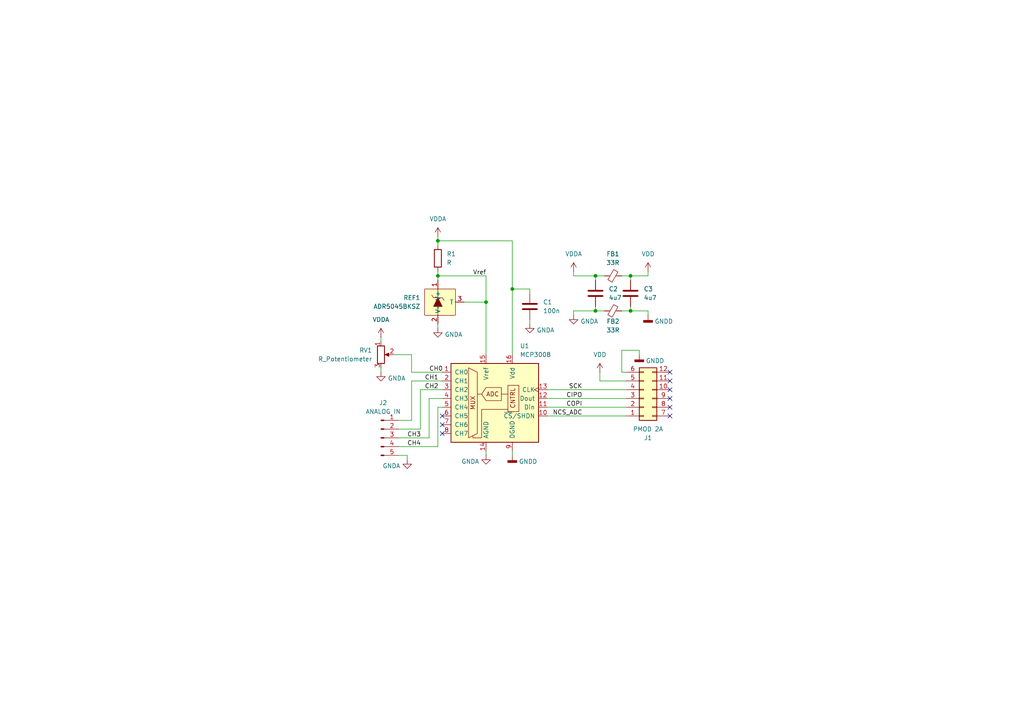
<source format=kicad_sch>
(kicad_sch (version 20231120) (generator "eeschema") (generator_version "8.0")
  (paper "A4")
  (title_block (title "Configurable anaog peripheral for FPGA devboards") (date "2024-10-23") (rev "1.0") (company "LEGO Kör (legokor.hu)") (comment 1 "Designed by Máté Kovács") (comment 2 "Reviewed by "))
  (lib_symbols
    (symbol "Analog_ADC:MCP3008" (pin_names (offset 1.016))
      (property "Reference" "U" (at -5.08 13.335 0))
      (property "Value" "MCP3008" (at -5.08 11.43 0))
      (symbol "MCP3008_0_0"
        (text "ADC" (at -0.635 1.27 0) (effects (font (size 1.27 1.27))))
        (text "CNTRL" (at 5.969 -2.921 900) (effects (font (size 1.27 1.27)) (justify left bottom)))
        (text "MUX" (at -6.35 -1.27 900) (effects (font (size 1.27 1.27))))
      )
      (symbol "MCP3008_0_1"
        (polyline (pts (xy -3.81 1.27) (xy -5.08 1.27)))
        (polyline (pts (xy 1.905 1.27) (xy 3.81 1.27)))
        (polyline (pts (xy -7.62 8.89) (xy -7.62 -11.43) (xy -5.08 -10.16) (xy -5.08 7.62) (xy -7.62 8.89)))
        (polyline (pts (xy 3.81 -3.175) (xy -3.81 -3.175) (xy -3.81 -11.43) (xy -6.35 -11.43) (xy -6.35 -10.795)))
        (polyline (pts (xy 1.905 3.175) (xy 1.905 -0.635) (xy -2.54 -0.635) (xy -3.81 1.27) (xy -2.54 3.175) (xy 1.905 3.175)))
        (rectangle (start 3.81 -3.81) (end 6.985 3.81))
        (rectangle (start 12.7 -12.7) (end -12.7 10.16) (stroke (width 0.254)) (fill (type background)))
      )
      (symbol "MCP3008_1_1"
        (pin input line (at -15.24 7.62 0) (length 2.54) (name "CH0") (number "1"))
        (pin input line (at 15.24 -5.08 180) (length 2.54) (name "~{CS}/SHDN") (number "10"))
        (pin input line (at 15.24 -2.54 180) (length 2.54) (name "Din") (number "11"))
        (pin output line (at 15.24 0 180) (length 2.54) (name "Dout") (number "12"))
        (pin input clock (at 15.24 2.54 180) (length 2.54) (name "CLK") (number "13"))
        (pin power_in line (at -2.54 -15.24 90) (length 2.54) (name "AGND") (number "14"))
        (pin power_in line (at -2.54 12.7 270) (length 2.54) (name "Vref") (number "15"))
        (pin power_in line (at 5.08 12.7 270) (length 2.54) (name "Vdd") (number "16"))
        (pin input line (at -15.24 5.08 0) (length 2.54) (name "CH1") (number "2"))
        (pin input line (at -15.24 2.54 0) (length 2.54) (name "CH2") (number "3"))
        (pin input line (at -15.24 0 0) (length 2.54) (name "CH3") (number "4"))
        (pin input line (at -15.24 -2.54 0) (length 2.54) (name "CH4") (number "5"))
        (pin input line (at -15.24 -5.08 0) (length 2.54) (name "CH5") (number "6"))
        (pin input line (at -15.24 -7.62 0) (length 2.54) (name "CH6") (number "7"))
        (pin input line (at -15.24 -10.16 0) (length 2.54) (name "CH7") (number "8"))
        (pin power_in line (at 5.08 -15.24 90) (length 2.54) (name "DGND") (number "9"))
      )
    )
    (symbol "Connector:Conn_01x05_Pin" (pin_names (offset 1.016) hide)
      (property "Reference" "J" (at 0 7.62 0))
      (property "Value" "Conn_01x05_Pin" (at 0 -7.62 0))
      (symbol "Conn_01x05_Pin_1_1"
        (polyline (pts (xy 1.27 -5.08) (xy 0.8636 -5.08)) (stroke (width 0.1524)))
        (polyline (pts (xy 1.27 -2.54) (xy 0.8636 -2.54)) (stroke (width 0.1524)))
        (polyline (pts (xy 1.27 0) (xy 0.8636 0)) (stroke (width 0.1524)))
        (polyline (pts (xy 1.27 2.54) (xy 0.8636 2.54)) (stroke (width 0.1524)))
        (polyline (pts (xy 1.27 5.08) (xy 0.8636 5.08)) (stroke (width 0.1524)))
        (rectangle (start 0.8636 -4.953) (end 0 -5.207) (stroke (width 0.1524)) (fill (type outline)))
        (rectangle (start 0.8636 -2.413) (end 0 -2.667) (stroke (width 0.1524)) (fill (type outline)))
        (rectangle (start 0.8636 0.127) (end 0 -0.127) (stroke (width 0.1524)) (fill (type outline)))
        (rectangle (start 0.8636 2.667) (end 0 2.413) (stroke (width 0.1524)) (fill (type outline)))
        (rectangle (start 0.8636 5.207) (end 0 4.953) (stroke (width 0.1524)) (fill (type outline)))
        (pin passive line (at 5.08 5.08 180) (length 3.81) (name "Pin_1") (number "1"))
        (pin passive line (at 5.08 2.54 180) (length 3.81) (name "Pin_2") (number "2"))
        (pin passive line (at 5.08 0 180) (length 3.81) (name "Pin_3") (number "3"))
        (pin passive line (at 5.08 -2.54 180) (length 3.81) (name "Pin_4") (number "4"))
        (pin passive line (at 5.08 -5.08 180) (length 3.81) (name "Pin_5") (number "5"))
      )
    )
    (symbol "Connector_Generic:Conn_02x06_Top_Bottom" (pin_names (offset 1.016) hide)
      (property "Reference" "J" (at 1.27 7.62 0))
      (property "Value" "Conn_02x06_Top_Bottom" (at 1.27 -10.16 0))
      (symbol "Conn_02x06_Top_Bottom_1_1"
        (rectangle (start -1.27 -7.493) (end 0 -7.747) (stroke (width 0.1524)))
        (rectangle (start -1.27 -4.953) (end 0 -5.207) (stroke (width 0.1524)))
        (rectangle (start -1.27 -2.413) (end 0 -2.667) (stroke (width 0.1524)))
        (rectangle (start -1.27 0.127) (end 0 -0.127) (stroke (width 0.1524)))
        (rectangle (start -1.27 2.667) (end 0 2.413) (stroke (width 0.1524)))
        (rectangle (start -1.27 5.207) (end 0 4.953) (stroke (width 0.1524)))
        (rectangle (start -1.27 6.35) (end 3.81 -8.89) (stroke (width 0.254)) (fill (type background)))
        (rectangle (start 3.81 -7.493) (end 2.54 -7.747) (stroke (width 0.1524)))
        (rectangle (start 3.81 -4.953) (end 2.54 -5.207) (stroke (width 0.1524)))
        (rectangle (start 3.81 -2.413) (end 2.54 -2.667) (stroke (width 0.1524)))
        (rectangle (start 3.81 0.127) (end 2.54 -0.127) (stroke (width 0.1524)))
        (rectangle (start 3.81 2.667) (end 2.54 2.413) (stroke (width 0.1524)))
        (rectangle (start 3.81 5.207) (end 2.54 4.953) (stroke (width 0.1524)))
        (pin passive line (at -5.08 5.08 0) (length 3.81) (name "Pin_1") (number "1"))
        (pin passive line (at 7.62 -2.54 180) (length 3.81) (name "Pin_10") (number "10"))
        (pin passive line (at 7.62 -5.08 180) (length 3.81) (name "Pin_11") (number "11"))
        (pin passive line (at 7.62 -7.62 180) (length 3.81) (name "Pin_12") (number "12"))
        (pin passive line (at -5.08 2.54 0) (length 3.81) (name "Pin_2") (number "2"))
        (pin passive line (at -5.08 0 0) (length 3.81) (name "Pin_3") (number "3"))
        (pin passive line (at -5.08 -2.54 0) (length 3.81) (name "Pin_4") (number "4"))
        (pin passive line (at -5.08 -5.08 0) (length 3.81) (name "Pin_5") (number "5"))
        (pin passive line (at -5.08 -7.62 0) (length 3.81) (name "Pin_6") (number "6"))
        (pin passive line (at 7.62 5.08 180) (length 3.81) (name "Pin_7") (number "7"))
        (pin passive line (at 7.62 2.54 180) (length 3.81) (name "Pin_8") (number "8"))
        (pin passive line (at 7.62 0 180) (length 3.81) (name "Pin_9") (number "9"))
      )
    )
    (symbol "Device:C" (pin_numbers hide) (pin_names (offset 0.254))
      (property "Reference" "C" (at 0.635 2.54 0))
      (property "Value" "C" (at 0.635 -2.54 0))
      (symbol "C_0_1"
        (polyline (pts (xy -2.032 -0.762) (xy 2.032 -0.762)) (stroke (width 0.508)))
        (polyline (pts (xy -2.032 0.762) (xy 2.032 0.762)) (stroke (width 0.508)))
      )
      (symbol "C_1_1"
        (pin passive line (at 0 3.81 270) (length 2.794) (name "~") (number "1"))
        (pin passive line (at 0 -3.81 90) (length 2.794) (name "~") (number "2"))
      )
    )
    (symbol "Device:FerriteBead_Small" (pin_numbers hide) (pin_names (offset 0))
      (property "Reference" "FB" (at 1.905 1.27 0))
      (property "Value" "FerriteBead_Small" (at 1.905 -1.27 0))
      (symbol "FerriteBead_Small_0_1"
        (polyline (pts (xy 0 -1.27) (xy 0 -0.7874)))
        (polyline (pts (xy 0 0.889) (xy 0 1.2954)))
        (polyline (pts (xy -1.8288 0.2794) (xy -1.1176 1.4986) (xy 1.8288 -0.2032) (xy 1.1176 -1.4224) (xy -1.8288 0.2794)))
      )
      (symbol "FerriteBead_Small_1_1"
        (pin passive line (at 0 2.54 270) (length 1.27) (name "~") (number "1"))
        (pin passive line (at 0 -2.54 90) (length 1.27) (name "~") (number "2"))
      )
    )
    (symbol "Device:R" (pin_numbers hide) (pin_names (offset 0))
      (property "Reference" "R" (at 2.032 0 90))
      (property "Value" "R" (at 0 0 90))
      (symbol "R_0_1"
        (rectangle (start -1.016 -2.54) (end 1.016 2.54) (stroke (width 0.254)))
      )
      (symbol "R_1_1"
        (pin passive line (at 0 3.81 270) (length 1.27) (name "~") (number "1"))
        (pin passive line (at 0 -3.81 90) (length 1.27) (name "~") (number "2"))
      )
    )
    (symbol "Device:R_Potentiometer" (pin_names (offset 1.016) hide)
      (property "Reference" "RV" (at -4.445 0 90))
      (property "Value" "R_Potentiometer" (at -2.54 0 90))
      (symbol "R_Potentiometer_0_1"
        (polyline (pts (xy 2.54 0) (xy 1.524 0)))
        (polyline (pts (xy 1.143 0) (xy 2.286 0.508) (xy 2.286 -0.508) (xy 1.143 0)) (fill (type outline)))
        (rectangle (start 1.016 2.54) (end -1.016 -2.54) (stroke (width 0.254)))
      )
      (symbol "R_Potentiometer_1_1"
        (pin passive line (at 0 3.81 270) (length 1.27) (name "1") (number "1"))
        (pin passive line (at 3.81 0 180) (length 1.27) (name "2") (number "2"))
        (pin passive line (at 0 -3.81 90) (length 1.27) (name "3") (number "3"))
      )
    )
    (symbol "Symbols:ADR5045BKSZ"
      (property "Reference" "REF" (at 7.112 -3.048 0))
      (property "Value" "ADR5045BKSZ" (at 7.62 -5.08 0))
      (symbol "ADR5045BKSZ_0_1"
        (polyline (pts (xy -1.778 2.032) (xy -1.27 1.27)))
        (polyline (pts (xy -1.27 1.27) (xy 1.27 1.27)))
        (polyline (pts (xy 0 -1.27) (xy 0 -3.81)))
        (polyline (pts (xy 0 1.27) (xy 0 3.81)))
        (polyline (pts (xy 1.27 1.27) (xy 1.778 0.508)))
      )
      (symbol "ADR5045BKSZ_1_1"
        (rectangle (start -3.81 3.81) (end 5.08 -3.81) (fill (type background)))
        (polyline (pts (xy 0 1.27) (xy -1.27 -1.27) (xy 1.27 -1.27) (xy 0 1.27)) (fill (type outline)))
        (pin passive line (at 0 6.35 270) (length 2.54) (name "V+") (number "1"))
        (pin passive line (at 0 -6.35 90) (length 2.54) (name "V-") (number "2"))
        (pin passive line (at 7.62 0 180) (length 2.54) (name "T") (number "3"))
      )
    )
    (symbol "power:GNDA" (power) (pin_numbers hide) (pin_names (offset 0) hide)
      (property "Value" "GNDA" (at 0 -3.81 0))
      (symbol "GNDA_0_1"
        (polyline (pts (xy 0 0) (xy 0 -1.27) (xy 1.27 -1.27) (xy 0 -2.54) (xy -1.27 -1.27) (xy 0 -1.27)))
      )
      (symbol "GNDA_1_1"
        (pin power_in line (at 0 0 270) (length 0) (name "~") (number "1"))
      )
    )
    (symbol "power:GNDD" (power) (pin_numbers hide) (pin_names (offset 0) hide)
      (property "Value" "GNDD" (at 0 -3.175 0))
      (symbol "GNDD_0_1"
        (rectangle (start -1.27 -1.524) (end 1.27 -2.032) (stroke (width 0.254)) (fill (type outline)))
        (polyline (pts (xy 0 0) (xy 0 -1.524)))
      )
      (symbol "GNDD_1_1"
        (pin power_in line (at 0 0 270) (length 0) (name "~") (number "1"))
      )
    )
    (symbol "power:VDD" (power) (pin_numbers hide) (pin_names (offset 0) hide)
      (property "Value" "VDD" (at 0 3.556 0))
      (symbol "VDD_0_1"
        (polyline (pts (xy -0.762 1.27) (xy 0 2.54)))
        (polyline (pts (xy 0 0) (xy 0 2.54)))
        (polyline (pts (xy 0 2.54) (xy 0.762 1.27)))
      )
      (symbol "VDD_1_1"
        (pin power_in line (at 0 0 90) (length 0) (name "~") (number "1"))
      )
    )
    (symbol "power:VDDA" (power) (pin_numbers hide) (pin_names (offset 0) hide)
      (property "Value" "VDDA" (at 0 3.556 0))
      (symbol "VDDA_0_1"
        (polyline (pts (xy -0.762 1.27) (xy 0 2.54)))
        (polyline (pts (xy 0 0) (xy 0 2.54)))
        (polyline (pts (xy 0 2.54) (xy 0.762 1.27)))
      )
      (symbol "VDDA_1_1"
        (pin power_in line (at 0 0 90) (length 0) (name "~") (number "1"))
      )
    )
  )
  (junction (at 182.88 80.01))
  (junction (at 140.97 87.63))
  (junction (at 172.72 80.01))
  (junction (at 148.59 83.82))
  (junction (at 172.72 90.17))
  (junction (at 127 69.85))
  (junction (at 127 80.01))
  (junction (at 182.88 90.17))
  (no_connect (at 194.31 110.49))
  (no_connect (at 128.27 123.19))
  (no_connect (at 194.31 120.65))
  (no_connect (at 128.27 125.73))
  (no_connect (at 194.31 113.03))
  (no_connect (at 194.31 115.57))
  (no_connect (at 194.31 118.11))
  (no_connect (at 194.31 107.95))
  (no_connect (at 128.27 120.65))
  (wire (pts (xy 118.11 133.35) (xy 118.11 132.08)))
  (wire (pts (xy 172.72 80.01) (xy 172.72 81.28)))
  (wire (pts (xy 182.88 80.01) (xy 187.96 80.01)))
  (wire (pts (xy 121.92 113.03) (xy 121.92 124.46)))
  (wire (pts (xy 128.27 118.11) (xy 127 118.11)))
  (wire (pts (xy 153.67 92.71) (xy 153.67 93.98)))
  (wire (pts (xy 166.37 80.01) (xy 172.72 80.01)))
  (wire (pts (xy 119.38 121.92) (xy 115.57 121.92)))
  (wire (pts (xy 128.27 115.57) (xy 124.46 115.57)))
  (wire (pts (xy 173.99 110.49) (xy 173.99 107.95)))
  (wire (pts (xy 127 68.58) (xy 127 69.85)))
  (wire (pts (xy 127 78.74) (xy 127 80.01)))
  (wire (pts (xy 158.75 113.03) (xy 181.61 113.03)))
  (wire (pts (xy 119.38 102.87) (xy 119.38 107.95)))
  (wire (pts (xy 140.97 87.63) (xy 140.97 102.87)))
  (wire (pts (xy 119.38 107.95) (xy 128.27 107.95)))
  (wire (pts (xy 158.75 120.65) (xy 181.61 120.65)))
  (wire (pts (xy 172.72 90.17) (xy 175.26 90.17)))
  (wire (pts (xy 180.34 107.95) (xy 180.34 101.6)))
  (wire (pts (xy 148.59 69.85) (xy 148.59 83.82)))
  (wire (pts (xy 172.72 80.01) (xy 175.26 80.01)))
  (wire (pts (xy 127 129.54) (xy 115.57 129.54)))
  (wire (pts (xy 148.59 83.82) (xy 153.67 83.82)))
  (wire (pts (xy 110.49 106.68) (xy 110.49 107.95)))
  (wire (pts (xy 134.62 87.63) (xy 140.97 87.63)))
  (wire (pts (xy 148.59 130.81) (xy 148.59 132.08)))
  (wire (pts (xy 187.96 80.01) (xy 187.96 78.74)))
  (wire (pts (xy 180.34 90.17) (xy 182.88 90.17)))
  (wire (pts (xy 124.46 127) (xy 115.57 127)))
  (wire (pts (xy 140.97 130.81) (xy 140.97 132.08)))
  (wire (pts (xy 181.61 107.95) (xy 180.34 107.95)))
  (wire (pts (xy 166.37 90.17) (xy 172.72 90.17)))
  (wire (pts (xy 182.88 88.9) (xy 182.88 90.17)))
  (wire (pts (xy 127 69.85) (xy 148.59 69.85)))
  (wire (pts (xy 128.27 113.03) (xy 121.92 113.03)))
  (wire (pts (xy 124.46 115.57) (xy 124.46 127)))
  (wire (pts (xy 127 118.11) (xy 127 129.54)))
  (wire (pts (xy 114.3 102.87) (xy 119.38 102.87)))
  (wire (pts (xy 166.37 91.44) (xy 166.37 90.17)))
  (wire (pts (xy 181.61 110.49) (xy 173.99 110.49)))
  (wire (pts (xy 121.92 124.46) (xy 115.57 124.46)))
  (wire (pts (xy 172.72 88.9) (xy 172.72 90.17)))
  (wire (pts (xy 115.57 132.08) (xy 118.11 132.08)))
  (wire (pts (xy 127 80.01) (xy 127 81.28)))
  (wire (pts (xy 182.88 80.01) (xy 182.88 81.28)))
  (wire (pts (xy 128.27 110.49) (xy 119.38 110.49)))
  (wire (pts (xy 187.96 90.17) (xy 187.96 91.44)))
  (wire (pts (xy 110.49 97.79) (xy 110.49 99.06)))
  (wire (pts (xy 119.38 110.49) (xy 119.38 121.92)))
  (wire (pts (xy 180.34 101.6) (xy 185.42 101.6)))
  (wire (pts (xy 180.34 80.01) (xy 182.88 80.01)))
  (wire (pts (xy 185.42 101.6) (xy 185.42 102.87)))
  (wire (pts (xy 166.37 78.74) (xy 166.37 80.01)))
  (wire (pts (xy 127 69.85) (xy 127 71.12)))
  (wire (pts (xy 153.67 85.09) (xy 153.67 83.82)))
  (wire (pts (xy 127 93.98) (xy 127 95.25)))
  (wire (pts (xy 127 80.01) (xy 140.97 80.01)))
  (wire (pts (xy 158.75 115.57) (xy 181.61 115.57)))
  (wire (pts (xy 148.59 83.82) (xy 148.59 102.87)))
  (wire (pts (xy 140.97 80.01) (xy 140.97 87.63)))
  (wire (pts (xy 158.75 118.11) (xy 181.61 118.11)))
  (wire (pts (xy 182.88 90.17) (xy 187.96 90.17)))
  (label "NCS_ADC" (at 168.91 120.65 180))
  (label "CH3" (at 118.11 127 0))
  (label "CIPO" (at 168.91 115.57 180))
  (label "CH2" (at 123.19 113.03 0))
  (label "CH0" (at 124.46 107.95 0))
  (label "COPI" (at 168.91 118.11 180))
  (label "CH4" (at 118.11 129.54 0))
  (label "SCK" (at 168.91 113.03 180))
  (label "CH1" (at 123.19 110.49 0))
  (label "Vref" (at 137.16 80.01 0))
  (symbol (lib_id "Device:C") (at 172.72 85.09 0) (unit 1)
    (property "Reference" "C2" (at 176.53 83.8199 0) (effects (justify left)))
    (property "Value" "4u7" (at 176.53 86.3599 0) (effects (justify left)))
    (property "Description" "Unpolarized capacitor" (effects (hide yes)))
  )
  (symbol (lib_id "Symbols:ADR5045BKSZ") (at 127 87.63 0) (unit 1)
    (property "Reference" "REF1" (at 121.92 86.3599 0) (effects (justify right)))
    (property "Value" "ADR5045BKSZ" (at 121.92 88.8999 0) (effects (justify right)))
    (property "Footprint" "Package_TO_SOT_SMD:SOT-323_SC-70_Handsoldering" (effects (hide yes)))
    (property "Datasheet" "https://www.analog.com/media/en/technical-documentation/data-sheets/adr5040_5041_5043_5044_5045.pdf" (effects (hide yes)))
    (property "Description" "5V micropower precise shunt voltage reference in SOT-323 package" (effects (hide yes)))
  )
  (symbol (lib_id "power:VDD") (at 173.99 107.95 0) (unit 1)
    (property "Reference" "#PWR012" (effects (hide yes)))
    (property "Value" "VDD" (at 173.99 102.87 0))
    (property "Description" "Power symbol creates a global label with name \"VDD\"" (effects (hide yes)))
  )
  (symbol (lib_id "power:GNDD") (at 148.59 132.08 0) (unit 1)
    (property "Reference" "#PWR07" (effects (hide yes)))
    (property "Value" "GNDD" (at 153.162 133.858 0))
    (property "Description" "Power symbol creates a global label with name \"GNDD\" , digital ground" (effects (hide yes)))
  )
  (symbol (lib_id "power:VDD") (at 187.96 78.74 0) (unit 1)
    (property "Reference" "#PWR09" (effects (hide yes)))
    (property "Value" "VDD" (at 187.96 73.66 0))
    (property "Description" "Power symbol creates a global label with name \"VDD\"" (effects (hide yes)))
  )
  (symbol (lib_id "power:VDDA") (at 127 68.58 0) (unit 1)
    (property "Reference" "#PWR01" (effects (hide yes)))
    (property "Value" "VDDA" (at 127 63.5 0))
    (property "Description" "Power symbol creates a global label with name \"VDDA\"" (effects (hide yes)))
  )
  (symbol (lib_id "Device:R_Potentiometer") (at 110.49 102.87 0) (unit 1)
    (property "Reference" "RV1" (at 107.95 101.5999 0) (effects (justify right)))
    (property "Value" "R_Potentiometer" (at 107.95 104.1399 0) (effects (justify right)))
    (property "Description" "Potentiometer" (effects (hide yes)))
  )
  (symbol (lib_id "power:GNDA") (at 140.97 132.08 0) (mirror y) (unit 1)
    (property "Reference" "#PWR06" (effects (hide yes)))
    (property "Value" "GNDA" (at 136.398 133.858 0))
    (property "Description" "Power symbol creates a global label with name \"GNDA\" , analog ground" (effects (hide yes)))
  )
  (symbol (lib_id "Connector:Conn_01x05_Pin") (at 110.49 127 0) (unit 1)
    (property "Reference" "J2" (at 111.125 116.84 0))
    (property "Value" "ANALOG IN" (at 111.125 119.38 0))
    (property "Footprint" "Connector_PinHeader_2.54mm:PinHeader_1x05_P2.54mm_Vertical" (effects (hide yes)))
    (property "Description" "Generic connector, single row, 01x05, script generated" (effects (hide yes)))
  )
  (symbol (lib_id "power:GNDA") (at 110.49 107.95 0) (unit 1)
    (property "Reference" "#PWR04" (effects (hide yes)))
    (property "Value" "GNDA" (at 115.062 109.728 0))
    (property "Description" "Power symbol creates a global label with name \"GNDA\" , analog ground" (effects (hide yes)))
  )
  (symbol (lib_id "Device:FerriteBead_Small") (at 177.8 80.01 90) (unit 1)
    (property "Reference" "FB1" (at 177.7619 73.66 90))
    (property "Value" "33R" (at 177.7619 76.2 90))
    (property "Footprint" "Inductor_SMD:L_0805_2012Metric_Pad1.05x1.20mm_HandSolder" (effects (hide yes)))
    (property "Description" "Ferrite bead, small symbol" (effects (hide yes)))
  )
  (symbol (lib_id "power:GNDA") (at 166.37 91.44 0) (unit 1)
    (property "Reference" "#PWR010" (effects (hide yes)))
    (property "Value" "GNDA" (at 170.942 93.218 0))
    (property "Description" "Power symbol creates a global label with name \"GNDA\" , analog ground" (effects (hide yes)))
  )
  (symbol (lib_id "power:GNDA") (at 153.67 93.98 0) (unit 1)
    (property "Reference" "#PWR02" (effects (hide yes)))
    (property "Value" "GNDA" (at 158.242 95.758 0))
    (property "Description" "Power symbol creates a global label with name \"GNDA\" , analog ground" (effects (hide yes)))
  )
  (symbol (lib_id "Device:FerriteBead_Small") (at 177.8 90.17 90) (unit 1)
    (property "Reference" "FB2" (at 177.8 93.218 90))
    (property "Value" "33R" (at 177.8 95.758 90))
    (property "Footprint" "Inductor_SMD:L_0805_2012Metric_Pad1.05x1.20mm_HandSolder" (effects (hide yes)))
    (property "Description" "Ferrite bead, small symbol" (effects (hide yes)))
  )
  (symbol (lib_id "Analog_ADC:MCP3008") (at 143.51 115.57 0) (unit 1)
    (property "Reference" "U1" (at 150.7841 100.33 0) (effects (justify left)))
    (property "Value" "MCP3008" (at 150.7841 102.87 0) (effects (justify left)))
    (property "Footprint" "Package_DIP:DIP-16_W7.62mm_Socket_LongPads" (effects (hide yes)))
    (property "Datasheet" "http://ww1.microchip.com/downloads/en/DeviceDoc/21295d.pdf" (effects (hide yes)))
    (property "Description" "A/D Converter, 10-Bit, 8-Channel, SPI Interface , 2.7V-5.5V" (effects (hide yes)))
  )
  (symbol (lib_id "power:VDDA") (at 110.49 97.79 0) (unit 1)
    (property "Reference" "#PWR05" (effects (hide yes)))
    (property "Value" "VDDA" (at 110.49 92.71 0))
    (property "Description" "Power symbol creates a global label with name \"VDDA\"" (effects (hide yes)))
  )
  (symbol (lib_id "Device:C") (at 153.67 88.9 0) (unit 1)
    (property "Reference" "C1" (at 157.48 87.6299 0) (effects (justify left)))
    (property "Value" "100n" (at 157.48 90.1699 0) (effects (justify left)))
    (property "Description" "Unpolarized capacitor" (effects (hide yes)))
  )
  (symbol (lib_id "Device:R") (at 127 74.93 0) (unit 1)
    (property "Reference" "R1" (at 129.54 73.6599 0) (effects (justify left)))
    (property "Value" "R" (at 129.54 76.1999 0) (effects (justify left)))
    (property "Description" "Resistor" (effects (hide yes)))
  )
  (symbol (lib_id "power:VDDA") (at 166.37 78.74 0) (unit 1)
    (property "Reference" "#PWR08" (effects (hide yes)))
    (property "Value" "VDDA" (at 166.37 73.66 0))
    (property "Description" "Power symbol creates a global label with name \"VDDA\"" (effects (hide yes)))
  )
  (symbol (lib_id "power:GNDA") (at 127 95.25 0) (unit 1)
    (property "Reference" "#PWR03" (effects (hide yes)))
    (property "Value" "GNDA" (at 131.572 97.028 0))
    (property "Description" "Power symbol creates a global label with name \"GNDA\" , analog ground" (effects (hide yes)))
  )
  (symbol (lib_id "power:GNDD") (at 187.96 91.44 0) (unit 1)
    (property "Reference" "#PWR011" (effects (hide yes)))
    (property "Value" "GNDD" (at 192.532 93.218 0))
    (property "Description" "Power symbol creates a global label with name \"GNDD\" , digital ground" (effects (hide yes)))
  )
  (symbol (lib_id "Device:C") (at 182.88 85.09 0) (unit 1)
    (property "Reference" "C3" (at 186.69 83.8199 0) (effects (justify left)))
    (property "Value" "4u7" (at 186.69 86.3599 0) (effects (justify left)))
    (property "Description" "Unpolarized capacitor" (effects (hide yes)))
  )
  (symbol (lib_id "Connector_Generic:Conn_02x06_Top_Bottom") (at 186.69 115.57 0) (mirror x) (unit 1)
    (property "Reference" "J1" (at 187.96 127 0))
    (property "Value" "PMOD 2A" (at 187.96 124.46 0))
    (property "Footprint" "Footprints:PinHeader_2x06_P2.54mm_Horizontal_PMOD" (effects (hide yes)))
    (property "Description" "Generic connector, double row, 02x06, top/bottom pin numbering scheme (row 1: 1...pins_per_row, row2: pins_per_row+1 ... num_pins), script generated (kicad-library-utils/schlib/autogen/connector/)" (effects (hide yes)))
  )
  (symbol (lib_id "power:GNDA") (at 118.11 133.35 0) (mirror y) (unit 1)
    (property "Reference" "#PWR014" (effects (hide yes)))
    (property "Value" "GNDA" (at 113.538 135.128 0))
    (property "Description" "Power symbol creates a global label with name \"GNDA\" , analog ground" (effects (hide yes)))
  )
  (symbol (lib_id "power:GNDD") (at 185.42 102.87 0) (unit 1)
    (property "Reference" "#PWR013" (effects (hide yes)))
    (property "Value" "GNDD" (at 189.992 104.648 0))
    (property "Description" "Power symbol creates a global label with name \"GNDD\" , digital ground" (effects (hide yes)))
  )
)
</source>
